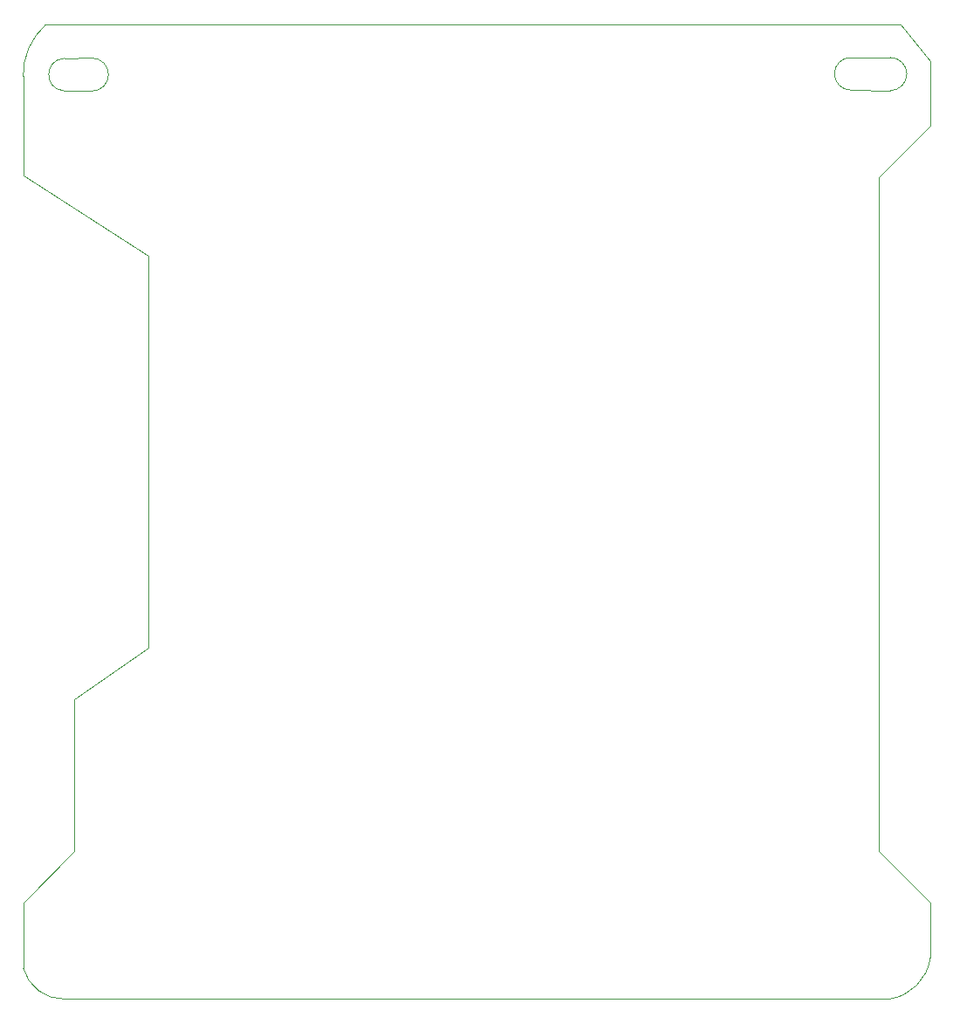
<source format=gbr>
%TF.GenerationSoftware,KiCad,Pcbnew,9.0.0*%
%TF.CreationDate,2025-07-29T18:49:57-07:00*%
%TF.ProjectId,FC_V5c,46435f56-3563-42e6-9b69-6361645f7063,rev?*%
%TF.SameCoordinates,Original*%
%TF.FileFunction,Profile,NP*%
%FSLAX46Y46*%
G04 Gerber Fmt 4.6, Leading zero omitted, Abs format (unit mm)*
G04 Created by KiCad (PCBNEW 9.0.0) date 2025-07-29 18:49:57*
%MOMM*%
%LPD*%
G01*
G04 APERTURE LIST*
%TA.AperFunction,Profile*%
%ADD10C,0.100000*%
%TD*%
G04 APERTURE END LIST*
D10*
X147266164Y-53978713D02*
X150016362Y-54003722D01*
X197601362Y-47563722D02*
X223001362Y-47563722D01*
X143343200Y-52574400D02*
G75*
G02*
X145506701Y-47589224I6488800J146000D01*
G01*
X150016362Y-50803722D02*
G75*
G02*
X150016362Y-54003678I38J-1599978D01*
G01*
X155500000Y-108000000D02*
X155500000Y-70000000D01*
X223616362Y-53903722D02*
G75*
G02*
X223666338Y-50754470I38J1575022D01*
G01*
X143343200Y-134000000D02*
X143343200Y-132710000D01*
X143343200Y-139074400D02*
X143343200Y-134000000D01*
X147316139Y-50829506D02*
X150016362Y-50803722D01*
X143343200Y-62221419D02*
X143343200Y-52574400D01*
X145506720Y-47589245D02*
X149976362Y-47563722D01*
X231343200Y-133532000D02*
X231343200Y-132710000D01*
X227343200Y-142074400D02*
X147343200Y-142074400D01*
X223001362Y-47563722D02*
X228441362Y-47578722D01*
X227466362Y-50753722D02*
G75*
G02*
X227466362Y-53953678I38J-1599978D01*
G01*
X143343200Y-62221419D02*
X155500000Y-70000000D01*
X147266164Y-53978713D02*
G75*
G02*
X147316135Y-50829423I134136J1572913D01*
G01*
X231343200Y-132710000D02*
X226370000Y-127736800D01*
X147343200Y-142074400D02*
G75*
G02*
X143343247Y-139074387I-60600J4085800D01*
G01*
X197601362Y-47563722D02*
X196443600Y-47563722D01*
X143343200Y-132710000D02*
X148320000Y-127733200D01*
X185536362Y-47563722D02*
X149976362Y-47563722D01*
X185536362Y-47563722D02*
X186893200Y-47563722D01*
X186893200Y-47563722D02*
X196443600Y-47563722D01*
X223616362Y-53903722D02*
X227466362Y-53953722D01*
X226370000Y-62353200D02*
X226370000Y-127736800D01*
X231343200Y-57380000D02*
X226370000Y-62353200D01*
X231343200Y-56345522D02*
X231343200Y-57380000D01*
X231343200Y-56345522D02*
X231343200Y-51074400D01*
X228441362Y-47578722D02*
X231343200Y-51074400D01*
X231343200Y-133532000D02*
X231343200Y-138074400D01*
X148320000Y-113000000D02*
X155500000Y-108000000D01*
X227466362Y-50753722D02*
X223666337Y-50754515D01*
X148320000Y-127733200D02*
X148320000Y-113000000D01*
X231343200Y-138074400D02*
G75*
G02*
X227343200Y-142074400I-4618600J618600D01*
G01*
M02*

</source>
